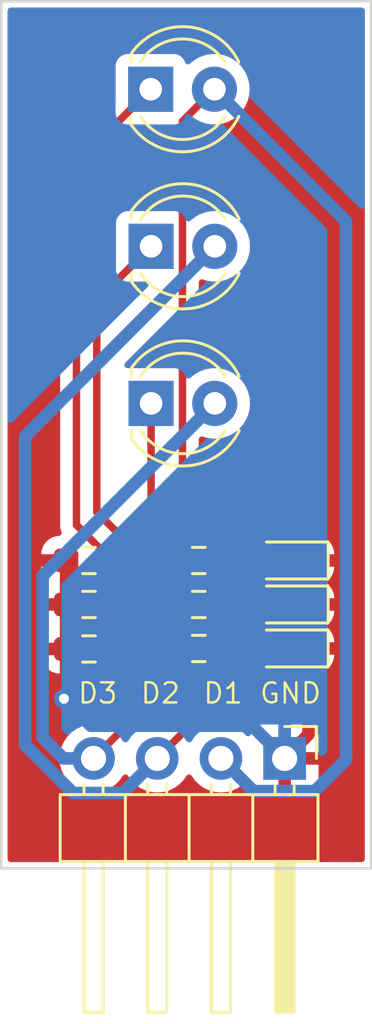
<source format=kicad_pcb>
(kicad_pcb (version 20221018) (generator pcbnew)
  (layers (0 "F.Cu" signal) (31 "B.Cu" signal) (34 "B.Paste" user) (35 "F.Paste" user) (36 "B.SilkS" user "B.Silkscreen") (37 "F.SilkS" user "F.Silkscreen") (38 "B.Mask" user) (39 "F.Mask" user) (44 "Edge.Cuts" user))
  (net 0 "")
  (net 1 "Net-(D1-K)")
  (net 2 "GREEN")
  (net 3 "Net-(D2-K)")
  (net 4 "Net-(D3-K)")
  (net 5 "GND")
  (net 6 "RED")
  (net 7 "YELLOW")
  (net 8 "Net-(D4-A)")
  (net 9 "Net-(D5-A)")
  (net 10 "Net-(D6-A)")
  (footprint "LED_THT:LED_D4.0mm" (layer "F.Cu") (at 157.46 68)
    (fp_text reference "D1" hide)
    (fp_text value "LED")
    (fp_line (start -0.79 -1.399) (end -0.79 -1.08) (stroke (width 0.12)) (layer "F.SilkS"))
    (fp_line (start -0.79 1.08) (end -0.79 1.399) (stroke (width 0.12)) (layer "F.SilkS"))
    (fp_arc (start -0.79 -1.398749) (mid 1.453519 -2.483228) (end 3.513242 -1.080724) (stroke (width 0.12)) (layer "F.SilkS"))
    (fp_arc (start -0.41333 -1.08) (mid 1.269429 -2) (end 2.952713 -1.080961) (stroke (width 0.12)) (layer "F.SilkS"))
    (fp_arc (start 2.952713 1.080961) (mid 1.269429 2) (end -0.41333 1.08) (stroke (width 0.12)) (layer "F.SilkS"))
    (fp_arc (start 3.513242 1.080724) (mid 1.453519 2.483228) (end -0.79 1.398749) (stroke (width 0.12)) (layer "F.SilkS"))
    (pad "1" thru_hole rect (at 0 0) (size 1.8 1.8) (drill 0.9) (layers "*.Cu" "*.Mask") (net 1 "Net-(D1-K)"))
    (pad "2" thru_hole circle (at 2.54 0) (size 1.8 1.8) (drill 0.9) (layers "*.Cu" "*.Mask") (net 6 "RED"))
  )
  (footprint "Resistor_SMD:R_0603_1608Metric_Pad0.98x0.95mm_HandSolder" (layer "F.Cu") (at 155 88.5)
    (fp_text reference "R2" hide)
    (fp_text value "330R")
    (fp_line (start -0.254724 -0.5225) (end 0.254724 -0.5225) (stroke (width 0.12)) (layer "F.SilkS"))
    (fp_line (start -0.254724 0.5225) (end 0.254724 0.5225) (stroke (width 0.12)) (layer "F.SilkS"))
    (pad "1" smd roundrect (at -0.9125 0) (size 0.975 0.95) (layers "F.Cu" "F.Paste" "F.Mask") (net 5 "GND"))
    (pad "2" smd roundrect (at 0.9125 0) (size 0.975 0.95) (layers "F.Cu" "F.Paste" "F.Mask") (net 3 "Net-(D2-K)"))
  )
  (footprint "Diode_SMD:D_0603_1608Metric_Pad1.05x0.95mm_HandSolder" (layer "F.Cu") (at 162.875 90.25 180)
    (fp_text reference "D5" hide)
    (fp_text value "5V")
    (fp_line (start -1.66 -0.735) (end -1.66 0.735) (stroke (width 0.12)) (layer "F.SilkS"))
    (fp_line (start -1.66 0.735) (end 0.8 0.735) (stroke (width 0.12)) (layer "F.SilkS"))
    (fp_line (start 0.8 -0.735) (end -1.66 -0.735) (stroke (width 0.12)) (layer "F.SilkS"))
    (pad "1" smd roundrect (at -0.875 0 180) (size 1.05 0.95) (layers "F.Cu" "F.Paste" "F.Mask") (net 5 "GND"))
    (pad "2" smd roundrect (at 0.875 0 180) (size 1.05 0.95) (layers "F.Cu" "F.Paste" "F.Mask") (net 9 "Net-(D5-A)"))
  )
  (footprint "Diode_SMD:D_0603_1608Metric_Pad1.05x0.95mm_HandSolder" (layer "F.Cu") (at 162.875 88.5 180)
    (fp_text reference "D4" hide)
    (fp_text value "5V")
    (fp_line (start -1.66 -0.735) (end -1.66 0.735) (stroke (width 0.12)) (layer "F.SilkS"))
    (fp_line (start -1.66 0.735) (end 0.8 0.735) (stroke (width 0.12)) (layer "F.SilkS"))
    (fp_line (start 0.8 -0.735) (end -1.66 -0.735) (stroke (width 0.12)) (layer "F.SilkS"))
    (pad "1" smd roundrect (at -0.875 0 180) (size 1.05 0.95) (layers "F.Cu" "F.Paste" "F.Mask") (net 5 "GND"))
    (pad "2" smd roundrect (at 0.875 0 180) (size 1.05 0.95) (layers "F.Cu" "F.Paste" "F.Mask") (net 8 "Net-(D4-A)"))
  )
  (footprint "Diode_SMD:D_0603_1608Metric_Pad1.05x0.95mm_HandSolder" (layer "F.Cu") (at 162.875 86.75 180)
    (fp_text reference "D6" hide)
    (fp_text value "5V")
    (fp_line (start -1.66 -0.735) (end -1.66 0.735) (stroke (width 0.12)) (layer "F.SilkS"))
    (fp_line (start -1.66 0.735) (end 0.8 0.735) (stroke (width 0.12)) (layer "F.SilkS"))
    (fp_line (start 0.8 -0.735) (end -1.66 -0.735) (stroke (width 0.12)) (layer "F.SilkS"))
    (pad "1" smd roundrect (at -0.875 0 180) (size 1.05 0.95) (layers "F.Cu" "F.Paste" "F.Mask") (net 5 "GND"))
    (pad "2" smd roundrect (at 0.875 0 180) (size 1.05 0.95) (layers "F.Cu" "F.Paste" "F.Mask") (net 10 "Net-(D6-A)"))
  )
  (footprint "LED_THT:LED_D4.0mm" (layer "F.Cu") (at 157.475 74.25)
    (fp_text reference "D2" hide)
    (fp_text value "LED")
    (fp_line (start -0.79 -1.399) (end -0.79 -1.08) (stroke (width 0.12)) (layer "F.SilkS"))
    (fp_line (start -0.79 1.08) (end -0.79 1.399) (stroke (width 0.12)) (layer "F.SilkS"))
    (fp_arc (start -0.79 -1.398749) (mid 1.453519 -2.483228) (end 3.513242 -1.080724) (stroke (width 0.12)) (layer "F.SilkS"))
    (fp_arc (start -0.41333 -1.08) (mid 1.269429 -2) (end 2.952713 -1.080961) (stroke (width 0.12)) (layer "F.SilkS"))
    (fp_arc (start 2.952713 1.080961) (mid 1.269429 2) (end -0.41333 1.08) (stroke (width 0.12)) (layer "F.SilkS"))
    (fp_arc (start 3.513242 1.080724) (mid 1.453519 2.483228) (end -0.79 1.398749) (stroke (width 0.12)) (layer "F.SilkS"))
    (pad "1" thru_hole rect (at 0 0) (size 1.8 1.8) (drill 0.9) (layers "*.Cu" "*.Mask") (net 3 "Net-(D2-K)"))
    (pad "2" thru_hole circle (at 2.54 0) (size 1.8 1.8) (drill 0.9) (layers "*.Cu" "*.Mask") (net 7 "YELLOW"))
  )
  (footprint "Connector_PinHeader_2.54mm:PinHeader_1x04_P2.54mm_Horizontal" (layer "F.Cu") (at 162.8 94.625 -90)
    (fp_text reference "J1" hide)
    (fp_text value "Conn_01x04_Pin")
    (fp_line (start -1.27 -1.27) (end 0 -1.27) (stroke (width 0.12)) (layer "F.SilkS"))
    (fp_line (start -1.27 0) (end -1.27 -1.27) (stroke (width 0.12)) (layer "F.SilkS"))
    (fp_line (start 1.042929 2.16) (end 1.44 2.16) (stroke (width 0.12)) (layer "F.SilkS"))
    (fp_line (start 1.042929 2.92) (end 1.44 2.92) (stroke (width 0.12)) (layer "F.SilkS"))
    (fp_line (start 1.042929 4.7) (end 1.44 4.7) (stroke (width 0.12)) (layer "F.SilkS"))
    (fp_line (start 1.042929 5.46) (end 1.44 5.46) (stroke (width 0.12)) (layer "F.SilkS"))
    (fp_line (start 1.042929 7.24) (end 1.44 7.24) (stroke (width 0.12)) (layer "F.SilkS"))
    (fp_line (start 1.042929 8) (end 1.44 8) (stroke (width 0.12)) (layer "F.SilkS"))
    (fp_line (start 1.11 -0.38) (end 1.44 -0.38) (stroke (width 0.12)) (layer "F.SilkS"))
    (fp_line (start 1.11 0.38) (end 1.44 0.38) (stroke (width 0.12)) (layer "F.SilkS"))
    (fp_line (start 1.44 -1.33) (end 1.44 8.95) (stroke (width 0.12)) (layer "F.SilkS"))
    (fp_line (start 1.44 1.27) (end 4.1 1.27) (stroke (width 0.12)) (layer "F.SilkS"))
    (fp_line (start 1.44 3.81) (end 4.1 3.81) (stroke (width 0.12)) (layer "F.SilkS"))
    (fp_line (start 1.44 6.35) (end 4.1 6.35) (stroke (width 0.12)) (layer "F.SilkS"))
    (fp_line (start 1.44 8.95) (end 4.1 8.95) (stroke (width 0.12)) (layer "F.SilkS"))
    (fp_line (start 4.1 -1.33) (end 1.44 -1.33) (stroke (width 0.12)) (layer "F.SilkS"))
    (fp_line (start 4.1 -0.38) (end 10.1 -0.38) (stroke (width 0.12)) (layer "F.SilkS"))
    (fp_line (start 4.1 -0.32) (end 10.1 -0.32) (stroke (width 0.12)) (layer "F.SilkS"))
    (fp_line (start 4.1 -0.2) (end 10.1 -0.2) (stroke (width 0.12)) (layer "F.SilkS"))
    (fp_line (start 4.1 -0.08) (end 10.1 -0.08) (stroke (width 0.12)) (layer "F.SilkS"))
    (fp_line (start 4.1 0.04) (end 10.1 0.04) (stroke (width 0.12)) (layer "F.SilkS"))
    (fp_line (start 4.1 0.16) (end 10.1 0.16) (stroke (width 0.12)) (layer "F.SilkS"))
    (fp_line (start 4.1 0.28) (end 10.1 0.28) (stroke (width 0.12)) (layer "F.SilkS"))
    (fp_line (start 4.1 2.16) (end 10.1 2.16) (stroke (width 0.12)) (layer "F.SilkS"))
    (fp_line (start 4.1 4.7) (end 10.1 4.7) (stroke (width 0.12)) (layer "F.SilkS"))
    (fp_line (start 4.1 7.24) (end 10.1 7.24) (stroke (width 0.12)) (layer "F.SilkS"))
    (fp_line (start 4.1 8.95) (end 4.1 -1.33) (stroke (width 0.12)) (layer "F.SilkS"))
    (fp_line (start 10.1 -0.38) (end 10.1 0.38) (stroke (width 0.12)) (layer "F.SilkS"))
    (fp_line (start 10.1 0.38) (end 4.1 0.38) (stroke (width 0.12)) (layer "F.SilkS"))
    (fp_line (start 10.1 2.16) (end 10.1 2.92) (stroke (width 0.12)) (layer "F.SilkS"))
    (fp_line (start 10.1 2.92) (end 4.1 2.92) (stroke (width 0.12)) (layer "F.SilkS"))
    (fp_line (start 10.1 4.7) (end 10.1 5.46) (stroke (width 0.12)) (layer "F.SilkS"))
    (fp_line (start 10.1 5.46) (end 4.1 5.46) (stroke (width 0.12)) (layer "F.SilkS"))
    (fp_line (start 10.1 7.24) (end 10.1 8) (stroke (width 0.12)) (layer "F.SilkS"))
    (fp_line (start 10.1 8) (end 4.1 8) (stroke (width 0.12)) (layer "F.SilkS"))
    (pad "1" thru_hole rect (at 0 0 270) (size 1.7 1.7) (drill 1) (layers "*.Cu" "*.Mask") (net 5 "GND"))
    (pad "2" thru_hole oval (at 0 2.54 270) (size 1.7 1.7) (drill 1) (layers "*.Cu" "*.Mask") (net 6 "RED"))
    (pad "3" thru_hole oval (at 0 5.08 270) (size 1.7 1.7) (drill 1) (layers "*.Cu" "*.Mask") (net 7 "YELLOW"))
    (pad "4" thru_hole oval (at 0 7.62 270) (size 1.7 1.7) (drill 1) (layers "*.Cu" "*.Mask") (net 2 "GREEN"))
  )
  (footprint "Resistor_SMD:R_0603_1608Metric_Pad0.98x0.95mm_HandSolder" (layer "F.Cu") (at 159.375 88.5 180)
    (fp_text reference "R4" hide)
    (fp_text value "10k")
    (fp_line (start -0.254724 -0.5225) (end 0.254724 -0.5225) (stroke (width 0.12)) (layer "F.SilkS"))
    (fp_line (start -0.254724 0.5225) (end 0.254724 0.5225) (stroke (width 0.12)) (layer "F.SilkS"))
    (pad "1" smd roundrect (at -0.9125 0 180) (size 0.975 0.95) (layers "F.Cu" "F.Paste" "F.Mask") (net 8 "Net-(D4-A)"))
    (pad "2" smd roundrect (at 0.9125 0 180) (size 0.975 0.95) (layers "F.Cu" "F.Paste" "F.Mask") (net 7 "YELLOW"))
  )
  (footprint "Resistor_SMD:R_0603_1608Metric_Pad0.98x0.95mm_HandSolder" (layer "F.Cu") (at 159.375 86.75 180)
    (fp_text reference "R6" hide)
    (fp_text value "10k")
    (fp_line (start -0.254724 -0.5225) (end 0.254724 -0.5225) (stroke (width 0.12)) (layer "F.SilkS"))
    (fp_line (start -0.254724 0.5225) (end 0.254724 0.5225) (stroke (width 0.12)) (layer "F.SilkS"))
    (pad "1" smd roundrect (at -0.9125 0 180) (size 0.975 0.95) (layers "F.Cu" "F.Paste" "F.Mask") (net 10 "Net-(D6-A)"))
    (pad "2" smd roundrect (at 0.9125 0 180) (size 0.975 0.95) (layers "F.Cu" "F.Paste" "F.Mask") (net 6 "RED"))
  )
  (footprint "Resistor_SMD:R_0603_1608Metric_Pad0.98x0.95mm_HandSolder" (layer "F.Cu") (at 159.375 90.25 180)
    (fp_text reference "R5" hide)
    (fp_text value "10k")
    (fp_line (start -0.254724 -0.5225) (end 0.254724 -0.5225) (stroke (width 0.12)) (layer "F.SilkS"))
    (fp_line (start -0.254724 0.5225) (end 0.254724 0.5225) (stroke (width 0.12)) (layer "F.SilkS"))
    (pad "1" smd roundrect (at -0.9125 0 180) (size 0.975 0.95) (layers "F.Cu" "F.Paste" "F.Mask") (net 9 "Net-(D5-A)"))
    (pad "2" smd roundrect (at 0.9125 0 180) (size 0.975 0.95) (layers "F.Cu" "F.Paste" "F.Mask") (net 2 "GREEN"))
  )
  (footprint "LED_THT:LED_D4.0mm" (layer "F.Cu") (at 157.475 80.5)
    (fp_text reference "D3" hide)
    (fp_text value "LED")
    (fp_line (start -0.79 -1.399) (end -0.79 -1.08) (stroke (width 0.12)) (layer "F.SilkS"))
    (fp_line (start -0.79 1.08) (end -0.79 1.399) (stroke (width 0.12)) (layer "F.SilkS"))
    (fp_arc (start -0.79 -1.398749) (mid 1.453519 -2.483228) (end 3.513242 -1.080724) (stroke (width 0.12)) (layer "F.SilkS"))
    (fp_arc (start -0.41333 -1.08) (mid 1.269429 -2) (end 2.952713 -1.080961) (stroke (width 0.12)) (layer "F.SilkS"))
    (fp_arc (start 2.952713 1.080961) (mid 1.269429 2) (end -0.41333 1.08) (stroke (width 0.12)) (layer "F.SilkS"))
    (fp_arc (start 3.513242 1.080724) (mid 1.453519 2.483228) (end -0.79 1.398749) (stroke (width 0.12)) (layer "F.SilkS"))
    (pad "1" thru_hole rect (at 0 0) (size 1.8 1.8) (drill 0.9) (layers "*.Cu" "*.Mask") (net 4 "Net-(D3-K)"))
    (pad "2" thru_hole circle (at 2.54 0) (size 1.8 1.8) (drill 0.9) (layers "*.Cu" "*.Mask") (net 2 "GREEN"))
  )
  (footprint "Resistor_SMD:R_0603_1608Metric_Pad0.98x0.95mm_HandSolder" (layer "F.Cu") (at 155 86.75)
    (fp_text reference "R1" hide)
    (fp_text value "330R")
    (fp_line (start -0.254724 -0.5225) (end 0.254724 -0.5225) (stroke (width 0.12)) (layer "F.SilkS"))
    (fp_line (start -0.254724 0.5225) (end 0.254724 0.5225) (stroke (width 0.12)) (layer "F.SilkS"))
    (pad "1" smd roundrect (at -0.9125 0) (size 0.975 0.95) (layers "F.Cu" "F.Paste" "F.Mask") (net 5 "GND"))
    (pad "2" smd roundrect (at 0.9125 0) (size 0.975 0.95) (layers "F.Cu" "F.Paste" "F.Mask") (net 1 "Net-(D1-K)"))
  )
  (footprint "Resistor_SMD:R_0603_1608Metric_Pad0.98x0.95mm_HandSolder" (layer "F.Cu") (at 155 90.27)
    (fp_text reference "R3" hide)
    (fp_text value "330R")
    (fp_line (start -0.254724 -0.5225) (end 0.254724 -0.5225) (stroke (width 0.12)) (layer "F.SilkS"))
    (fp_line (start -0.254724 0.5225) (end 0.254724 0.5225) (stroke (width 0.12)) (layer "F.SilkS"))
    (pad "1" smd roundrect (at -0.9125 0) (size 0.975 0.95) (layers "F.Cu" "F.Paste" "F.Mask") (net 5 "GND"))
    (pad "2" smd roundrect (at 0.9125 0) (size 0.975 0.95) (layers "F.Cu" "F.Paste" "F.Mask") (net 4 "Net-(D3-K)"))
  )
  (gr_rect (start 151.5 64.5) (end 166.25 99) (stroke (width 0.1)) (fill none) (layer "Edge.Cuts"))
  (gr_text "GND" (at 161.75 92.5) (layer "F.SilkS") (effects (font (size 0.8 0.8) (thickness 0.1)) (justify left bottom)))
  (gr_text "D2" (at 157 92.5) (layer "F.SilkS") (effects (font (size 0.8 0.8) (thickness 0.1)) (justify left bottom)))
  (gr_text "D3" (at 154.5 92.5) (layer "F.SilkS") (effects (font (size 0.8 0.8) (thickness 0.1)) (justify left bottom)))
  (gr_text "D1\n" (at 159.5 92.5) (layer "F.SilkS") (effects (font (size 0.8 0.8) (thickness 0.1)) (justify left bottom)))
  (segment (start 154.5 85.3375) (end 155.9125 86.75) (width 0.3) (layer "F.Cu") (net 1))
  (segment (start 157.46 68) (end 154.5 70.96) (width 0.3) (layer "F.Cu") (net 1))
  (segment (start 154.5 70.96) (end 154.5 85.3375) (width 0.3) (layer "F.Cu") (net 1))
  (segment (start 158.4625 91.3425) (end 155.18 94.625) (width 0.3) (layer "F.Cu") (net 2))
  (segment (start 158.4625 90.25) (end 158.4625 91.3425) (width 0.3) (layer "F.Cu") (net 2))
  (segment (start 153.15 93.797081) (end 153.977919 94.625) (width 0.5) (layer "B.Cu") (net 2))
  (segment (start 153.977919 94.625) (end 155.18 94.625) (width 0.5) (layer "B.Cu") (net 2))
  (segment (start 153.15 87.365) (end 153.15 93.797081) (width 0.5) (layer "B.Cu") (net 2))
  (segment (start 160.015 80.5) (end 153.15 87.365) (width 0.5) (layer "B.Cu") (net 2))
  (segment (start 156.75 87.6625) (end 155.9125 88.5) (width 0.3) (layer "F.Cu") (net 3))
  (segment (start 155.309803 84.822371) (end 156.75 86.262568) (width 0.3) (layer "F.Cu") (net 3))
  (segment (start 157.475 74.25) (end 155.309803 76.415197) (width 0.3) (layer "F.Cu") (net 3))
  (segment (start 155.309803 76.415197) (end 155.309803 84.822371) (width 0.3) (layer "F.Cu") (net 3))
  (segment (start 156.75 86.262568) (end 156.75 87.6625) (width 0.3) (layer "F.Cu") (net 3))
  (segment (start 157.475 88.7075) (end 155.9125 90.27) (width 0.3) (layer "F.Cu") (net 4))
  (segment (start 157.475 80.5) (end 157.475 88.7075) (width 0.3) (layer "F.Cu") (net 4))
  (segment (start 154.0875 86.75) (end 154.0875 88.5) (width 0.5) (layer "F.Cu") (net 5))
  (segment (start 154.0875 88.5) (end 154.0875 90.27) (width 0.5) (layer "F.Cu") (net 5))
  (segment (start 163.75 86.75) (end 163.75 88.5) (width 0.5) (layer "F.Cu") (net 5))
  (segment (start 163.75 88.5) (end 163.75 90.25) (width 0.5) (layer "F.Cu") (net 5))
  (segment (start 163.75 90.25) (end 163.75 93.675) (width 0.5) (layer "F.Cu") (net 5))
  (segment (start 154.0875 90.27) (end 154.0875 92.1625) (width 0.5) (layer "F.Cu") (net 5))
  (segment (start 163.75 93.675) (end 162.8 94.625) (width 0.5) (layer "F.Cu") (net 5))
  (segment (start 154.0875 92.1625) (end 154 92.25) (width 0.5) (layer "F.Cu") (net 5))
  (via (at 154 92.25) (size 0.8) (drill 0.4) (layers "F.Cu" "B.Cu") (net 5))
  (segment (start 155.075 93.325) (end 154 92.25) (width 0.5) (layer "B.Cu") (net 5))
  (segment (start 162.8 94.625) (end 161.5 93.325) (width 0.5) (layer "B.Cu") (net 5))
  (segment (start 161.5 93.325) (end 155.075 93.325) (width 0.5) (layer "B.Cu") (net 5))
  (segment (start 158.725 86.4875) (end 158.4625 86.75) (width 0.3) (layer "F.Cu") (net 6))
  (segment (start 158.725 69.275) (end 158.725 86.4875) (width 0.3) (layer "F.Cu") (net 6))
  (segment (start 160 68) (end 158.725 69.275) (width 0.3) (layer "F.Cu") (net 6))
  (segment (start 165.25 94.675) (end 165.25 73.25) (width 0.5) (layer "B.Cu") (net 6))
  (segment (start 160.26 94.625) (end 161.56 95.925) (width 0.5) (layer "B.Cu") (net 6))
  (segment (start 161.56 95.925) (end 164 95.925) (width 0.5) (layer "B.Cu") (net 6))
  (segment (start 164 95.925) (end 165.25 94.675) (width 0.5) (layer "B.Cu") (net 6))
  (segment (start 165.25 73.25) (end 160 68) (width 0.5) (layer "B.Cu") (net 6))
  (segment (start 159.3 89.3375) (end 159.3 93.045) (width 0.3) (layer "F.Cu") (net 7))
  (segment (start 158.4625 88.5) (end 159.3 89.3375) (width 0.3) (layer "F.Cu") (net 7))
  (segment (start 159.3 93.045) (end 157.72 94.625) (width 0.3) (layer "F.Cu") (net 7))
  (segment (start 152.45 94.087031) (end 154.362969 96) (width 0.5) (layer "B.Cu") (net 7))
  (segment (start 156.345 96) (end 157.72 94.625) (width 0.5) (layer "B.Cu") (net 7))
  (segment (start 154.362969 96) (end 156.345 96) (width 0.5) (layer "B.Cu") (net 7))
  (segment (start 152.45 81.815) (end 152.45 94.087031) (width 0.5) (layer "B.Cu") (net 7))
  (segment (start 160.015 74.25) (end 152.45 81.815) (width 0.5) (layer "B.Cu") (net 7))
  (segment (start 160.2875 88.5) (end 162 88.5) (width 0.3) (layer "F.Cu") (net 8))
  (segment (start 160.2875 90.25) (end 162 90.25) (width 0.3) (layer "F.Cu") (net 9))
  (segment (start 160.2875 86.75) (end 162 86.75) (width 0.3) (layer "F.Cu") (net 10))
  (zone (net 5) (net_name "GND") (layers "F&B.Cu") (connect_pads (clearance 0.5)) (min_thickness 0.25) (fill yes (thermal_gap 0.5) (thermal_bridge_width 0.5))
    (polygon (pts (xy 151.5 64.5) (xy 151.5 99) (xy 166.25 99) (xy 166.25 64.5)))
  )
)
</source>
